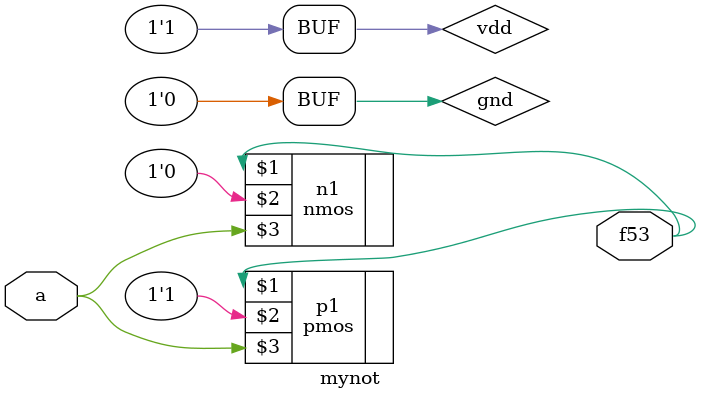
<source format=v>
`timescale 1ns / 1ps
module mixeddecoderlow(
    input s0,
    input s1,
    output d0,
    output d1,
    output d2,
    output d3
    );
	 wire w1,w2,w3,w4;
	 cmosand c1(~s0,~s1,w1);
	 cmosand c2(~s0,s1,w2);
	 cmosand c3(s0,~s1,w3);
	 cmosand c4(s0,s1,w4);
	 mynot n1(w1,d0);
	 mynot n2(w2,d1);
	 mynot n3(w3,d2);
	 mynot n4(w4,d3);
endmodule


module mynot(
    input a,
    output f53
    );
	 wire w1;
	 supply1 vdd;
	 supply0 gnd;
	 pmos p1(f53,vdd,a);
	 nmos n1(f53,gnd,a);


endmodule


</source>
